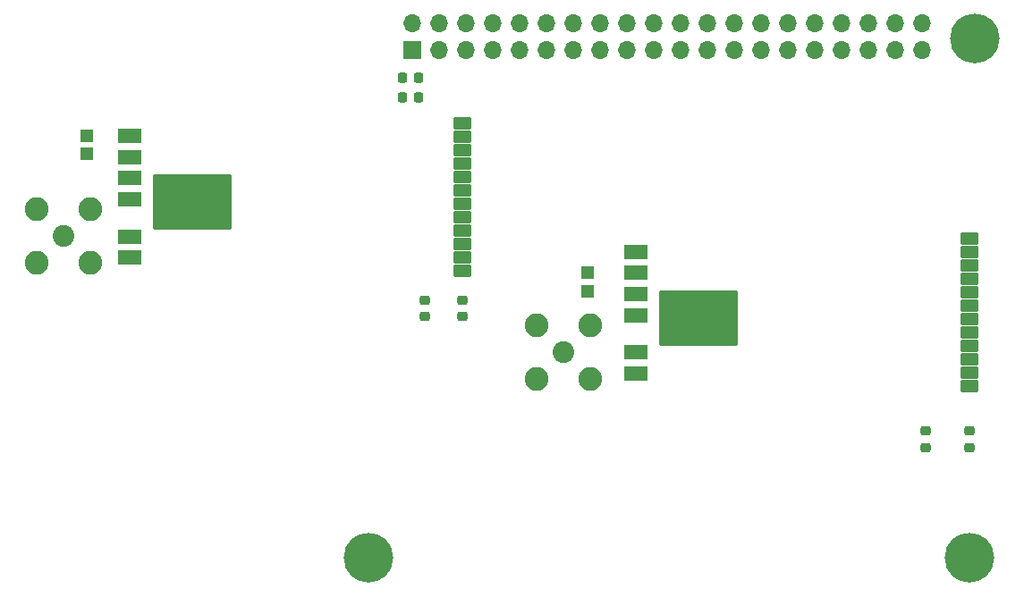
<source format=gts>
%TF.GenerationSoftware,KiCad,Pcbnew,7.0.2-0*%
%TF.CreationDate,2024-03-08T21:10:32-08:00*%
%TF.ProjectId,Groundstation_Hat,47726f75-6e64-4737-9461-74696f6e5f48,rev?*%
%TF.SameCoordinates,Original*%
%TF.FileFunction,Soldermask,Top*%
%TF.FilePolarity,Negative*%
%FSLAX46Y46*%
G04 Gerber Fmt 4.6, Leading zero omitted, Abs format (unit mm)*
G04 Created by KiCad (PCBNEW 7.0.2-0) date 2024-03-08 21:10:32*
%MOMM*%
%LPD*%
G01*
G04 APERTURE LIST*
G04 Aperture macros list*
%AMRoundRect*
0 Rectangle with rounded corners*
0 $1 Rounding radius*
0 $2 $3 $4 $5 $6 $7 $8 $9 X,Y pos of 4 corners*
0 Add a 4 corners polygon primitive as box body*
4,1,4,$2,$3,$4,$5,$6,$7,$8,$9,$2,$3,0*
0 Add four circle primitives for the rounded corners*
1,1,$1+$1,$2,$3*
1,1,$1+$1,$4,$5*
1,1,$1+$1,$6,$7*
1,1,$1+$1,$8,$9*
0 Add four rect primitives between the rounded corners*
20,1,$1+$1,$2,$3,$4,$5,0*
20,1,$1+$1,$4,$5,$6,$7,0*
20,1,$1+$1,$6,$7,$8,$9,0*
20,1,$1+$1,$8,$9,$2,$3,0*%
G04 Aperture macros list end*
%ADD10R,1.700000X1.700000*%
%ADD11O,1.700000X1.700000*%
%ADD12C,2.050000*%
%ADD13C,2.250000*%
%ADD14RoundRect,0.063500X0.550000X-0.500000X0.550000X0.500000X-0.550000X0.500000X-0.550000X-0.500000X0*%
%ADD15C,4.700000*%
%ADD16RoundRect,0.225000X-0.250000X0.225000X-0.250000X-0.225000X0.250000X-0.225000X0.250000X0.225000X0*%
%ADD17RoundRect,0.225000X-0.225000X-0.250000X0.225000X-0.250000X0.225000X0.250000X-0.225000X0.250000X0*%
%ADD18RoundRect,0.063500X0.750000X0.487500X-0.750000X0.487500X-0.750000X-0.487500X0.750000X-0.487500X0*%
%ADD19RoundRect,0.063500X1.000000X0.650000X-1.000000X0.650000X-1.000000X-0.650000X1.000000X-0.650000X0*%
%ADD20RoundRect,0.063500X3.650000X2.550000X-3.650000X2.550000X-3.650000X-2.550000X3.650000X-2.550000X0*%
G04 APERTURE END LIST*
D10*
X173150000Y-81490000D03*
D11*
X173150000Y-78950000D03*
X175690000Y-81490000D03*
X175690000Y-78950000D03*
X178230000Y-81490000D03*
X178230000Y-78950000D03*
X180770000Y-81490000D03*
X180770000Y-78950000D03*
X183310000Y-81490000D03*
X183310000Y-78950000D03*
X185850000Y-81490000D03*
X185850000Y-78950000D03*
X188390000Y-81490000D03*
X188390000Y-78950000D03*
X190930000Y-81490000D03*
X190930000Y-78950000D03*
X193470000Y-81490000D03*
X193470000Y-78950000D03*
X196010000Y-81490000D03*
X196010000Y-78950000D03*
X198550000Y-81490000D03*
X198550000Y-78950000D03*
X201090000Y-81490000D03*
X201090000Y-78950000D03*
X203630000Y-81490000D03*
X203630000Y-78950000D03*
X206170000Y-81490000D03*
X206170000Y-78950000D03*
X208710000Y-81490000D03*
X208710000Y-78950000D03*
X211250000Y-81490000D03*
X211250000Y-78950000D03*
X213790000Y-81490000D03*
X213790000Y-78950000D03*
X216330000Y-81490000D03*
X216330000Y-78950000D03*
X218870000Y-81490000D03*
X218870000Y-78950000D03*
X221410000Y-81490000D03*
X221410000Y-78950000D03*
D12*
X140110000Y-99180000D03*
D13*
X142650000Y-101720000D03*
X142650000Y-96640000D03*
X137570000Y-101720000D03*
X137570000Y-96640000D03*
D14*
X142350000Y-91350000D03*
X142350000Y-89650000D03*
D15*
X225900000Y-129650000D03*
D16*
X221750000Y-117625000D03*
X221750000Y-119175000D03*
D17*
X172250000Y-84150000D03*
X173800000Y-84150000D03*
D16*
X177950000Y-105200000D03*
X177950000Y-106750000D03*
D15*
X226450000Y-80450000D03*
D16*
X174350000Y-105225000D03*
X174350000Y-106775000D03*
D12*
X187450000Y-110150000D03*
D13*
X189990000Y-112690000D03*
X189990000Y-107610000D03*
X184910000Y-112690000D03*
X184910000Y-107610000D03*
D17*
X172225000Y-86050000D03*
X173775000Y-86050000D03*
D18*
X225895000Y-113400000D03*
X225895000Y-112130000D03*
X225895000Y-110860000D03*
X225895000Y-109590000D03*
X225895000Y-108320000D03*
X225895000Y-107050000D03*
X225895000Y-105780000D03*
X225895000Y-104510000D03*
X225895000Y-103240000D03*
X225895000Y-101970000D03*
X225895000Y-100700000D03*
X225895000Y-99430000D03*
D19*
X194355000Y-100650000D03*
X194355000Y-102650000D03*
X194355000Y-104650000D03*
X194355000Y-106650000D03*
X194355000Y-110170000D03*
X194355000Y-112170000D03*
D20*
X200255000Y-106900000D03*
D14*
X189800000Y-104350000D03*
X189800000Y-102650000D03*
D15*
X169050000Y-129650000D03*
D16*
X225900000Y-117625000D03*
X225900000Y-119175000D03*
D18*
X177945000Y-102420000D03*
X177945000Y-101150000D03*
X177945000Y-99880000D03*
X177945000Y-98610000D03*
X177945000Y-97340000D03*
X177945000Y-96070000D03*
X177945000Y-94800000D03*
X177945000Y-93530000D03*
X177945000Y-92260000D03*
X177945000Y-90990000D03*
X177945000Y-89720000D03*
X177945000Y-88450000D03*
D19*
X146405000Y-89670000D03*
X146405000Y-91670000D03*
X146405000Y-93670000D03*
X146405000Y-95670000D03*
X146405000Y-99190000D03*
X146405000Y-101190000D03*
D20*
X152305000Y-95920000D03*
M02*

</source>
